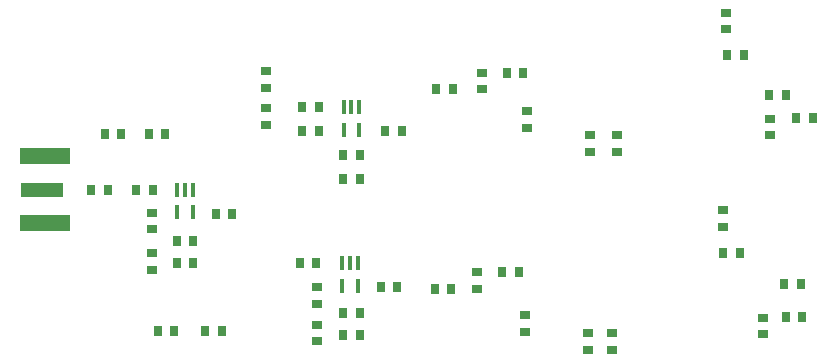
<source format=gbr>
%TF.GenerationSoftware,Altium Limited,Altium Designer,22.7.1 (60)*%
G04 Layer_Color=8421504*
%FSLAX45Y45*%
%MOMM*%
%TF.SameCoordinates,8DF05635-03F1-411C-9BC5-7CD19558B576*%
%TF.FilePolarity,Positive*%
%TF.FileFunction,Paste,Top*%
%TF.Part,Single*%
G01*
G75*
%TA.AperFunction,SMDPad,CuDef*%
%ADD10R,0.80000X0.90000*%
%ADD11R,0.90000X0.80000*%
%TA.AperFunction,ConnectorPad*%
%ADD12R,4.20000X1.35000*%
%ADD13R,3.60000X1.27000*%
%TA.AperFunction,SMDPad,CuDef*%
G04:AMPARAMS|DCode=14|XSize=1.19mm|YSize=0.4mm|CornerRadius=0.05mm|HoleSize=0mm|Usage=FLASHONLY|Rotation=270.000|XOffset=0mm|YOffset=0mm|HoleType=Round|Shape=RoundedRectangle|*
%AMROUNDEDRECTD14*
21,1,1.19000,0.30000,0,0,270.0*
21,1,1.09000,0.40000,0,0,270.0*
1,1,0.10000,-0.15000,-0.54500*
1,1,0.10000,-0.15000,0.54500*
1,1,0.10000,0.15000,0.54500*
1,1,0.10000,0.15000,-0.54500*
%
%ADD14ROUNDEDRECTD14*%
D10*
X9048900Y5435600D02*
D03*
X8908900D02*
D03*
X9137500Y5245100D02*
D03*
X9277500D02*
D03*
X9048600Y3556000D02*
D03*
X9188600D02*
D03*
X9175900Y3835400D02*
D03*
X9035900D02*
D03*
X5619600Y3810000D02*
D03*
X5759600D02*
D03*
X5656500Y5137900D02*
D03*
X5796500D02*
D03*
X6230837Y5487576D02*
D03*
X6090837D02*
D03*
X6826400Y5626100D02*
D03*
X6686400D02*
D03*
X8553300Y5778500D02*
D03*
X8693300D02*
D03*
X6216800Y3797300D02*
D03*
X6076800D02*
D03*
X3308500Y4635500D02*
D03*
X3168500D02*
D03*
X8521816Y4098847D02*
D03*
X8661816D02*
D03*
X6788300Y3937000D02*
D03*
X6648300D02*
D03*
X4134000Y3441700D02*
D03*
X4274000D02*
D03*
X3733800Y3441700D02*
D03*
X3873800D02*
D03*
X5073800Y4013200D02*
D03*
X4933800D02*
D03*
X5442100Y3403600D02*
D03*
X5302100D02*
D03*
X5442100Y3594100D02*
D03*
X5302100D02*
D03*
X5098000Y5137900D02*
D03*
X4958000D02*
D03*
X5440900Y4731500D02*
D03*
X5300900D02*
D03*
X5440900Y4934700D02*
D03*
X5300900D02*
D03*
X3797600Y5105400D02*
D03*
X3657600D02*
D03*
X3423100Y5105400D02*
D03*
X3283100D02*
D03*
X4032700Y4203700D02*
D03*
X3892700D02*
D03*
X4032700Y4013200D02*
D03*
X3892700D02*
D03*
X3689800Y4635500D02*
D03*
X3549800D02*
D03*
X4222900Y4432300D02*
D03*
X4362900D02*
D03*
X4958000Y5341100D02*
D03*
X5098000D02*
D03*
D11*
X7378700Y3422800D02*
D03*
Y3282800D02*
D03*
X6858000Y5302400D02*
D03*
Y5162400D02*
D03*
X6476583Y5627505D02*
D03*
Y5487505D02*
D03*
X8915400Y5238900D02*
D03*
Y5098900D02*
D03*
X8547100Y6134400D02*
D03*
Y5994400D02*
D03*
X7391400Y5099200D02*
D03*
Y4959200D02*
D03*
X7620000Y5099200D02*
D03*
Y4959200D02*
D03*
X7581900Y3422800D02*
D03*
Y3282800D02*
D03*
X8521700Y4464200D02*
D03*
Y4324200D02*
D03*
X8855659Y3554489D02*
D03*
Y3414489D02*
D03*
X6845300Y3575200D02*
D03*
Y3435200D02*
D03*
X6438900Y3937000D02*
D03*
Y3797000D02*
D03*
X5080000Y3352500D02*
D03*
Y3492500D02*
D03*
Y3810300D02*
D03*
Y3670300D02*
D03*
X4647000Y5639700D02*
D03*
Y5499700D02*
D03*
X4647000Y5328400D02*
D03*
Y5188400D02*
D03*
X3686407Y3960330D02*
D03*
Y4100330D02*
D03*
Y4443072D02*
D03*
Y4303072D02*
D03*
D12*
X2775900Y4353000D02*
D03*
Y4918000D02*
D03*
D13*
X2755900Y4635500D02*
D03*
D14*
X5424400Y3821200D02*
D03*
X5294400D02*
D03*
Y4013200D02*
D03*
X5359400D02*
D03*
X5424400D02*
D03*
X4028660Y4444010D02*
D03*
X3898659D02*
D03*
Y4636010D02*
D03*
X3963660D02*
D03*
X4028660D02*
D03*
X5435900Y5335500D02*
D03*
X5370900D02*
D03*
X5305900D02*
D03*
Y5143500D02*
D03*
X5435900D02*
D03*
%TF.MD5,ba7e8cd727ecb912e9f2230d78b26030*%
M02*

</source>
